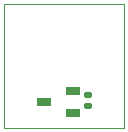
<source format=gtp>
%FSLAX44Y44*%
%MOMM*%
G71*
G01*
G75*
G04 Layer_Color=8421504*
%ADD10R,1.2000X0.8000*%
G04:AMPARAMS|DCode=11|XSize=0.6mm|YSize=0.5mm|CornerRadius=0.05mm|HoleSize=0mm|Usage=FLASHONLY|Rotation=180.000|XOffset=0mm|YOffset=0mm|HoleType=Round|Shape=RoundedRectangle|*
%AMROUNDEDRECTD11*
21,1,0.6000,0.4000,0,0,180.0*
21,1,0.5000,0.5000,0,0,180.0*
1,1,0.1000,-0.2500,0.2000*
1,1,0.1000,0.2500,0.2000*
1,1,0.1000,0.2500,-0.2000*
1,1,0.1000,-0.2500,-0.2000*
%
%ADD11ROUNDEDRECTD11*%
%ADD12C,0.1000*%
%ADD13C,0.0800*%
%ADD14C,0.5000*%
%ADD15C,0.2000*%
%ADD16C,0.3000*%
%ADD17C,0.0750*%
%ADD18R,1.5000X1.5000*%
%ADD19C,1.5000*%
%ADD20C,0.3500*%
%ADD21C,0.4500*%
%ADD22C,0.2000*%
%ADD23C,0.0500*%
%ADD24C,0.6000*%
%ADD25C,0.2500*%
D10*
X70440Y30420D02*
D03*
Y49420D02*
D03*
X46440Y39920D02*
D03*
D11*
X83050Y45880D02*
D03*
Y36880D02*
D03*
D12*
X12000Y17660D02*
Y122950D01*
X114000Y17660D02*
Y122950D01*
X12000Y17660D02*
X114000D01*
X12000Y122950D02*
X114000D01*
M02*

</source>
